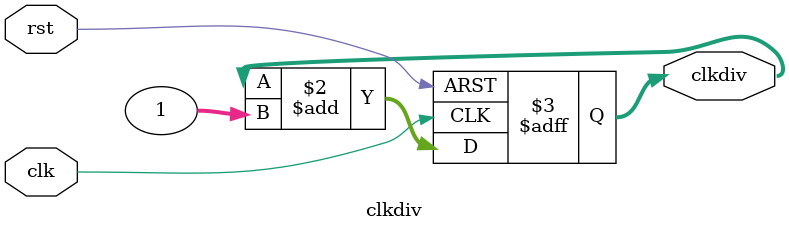
<source format=v>
`timescale 1ns / 1ps
module clkdiv(input clk,
			input rst,
			output reg [31:0] clkdiv
    );
	always @(posedge clk or posedge rst)
	begin
		if (rst) clkdiv<=0;
		else clkdiv<=clkdiv+1;
	end
endmodule

</source>
